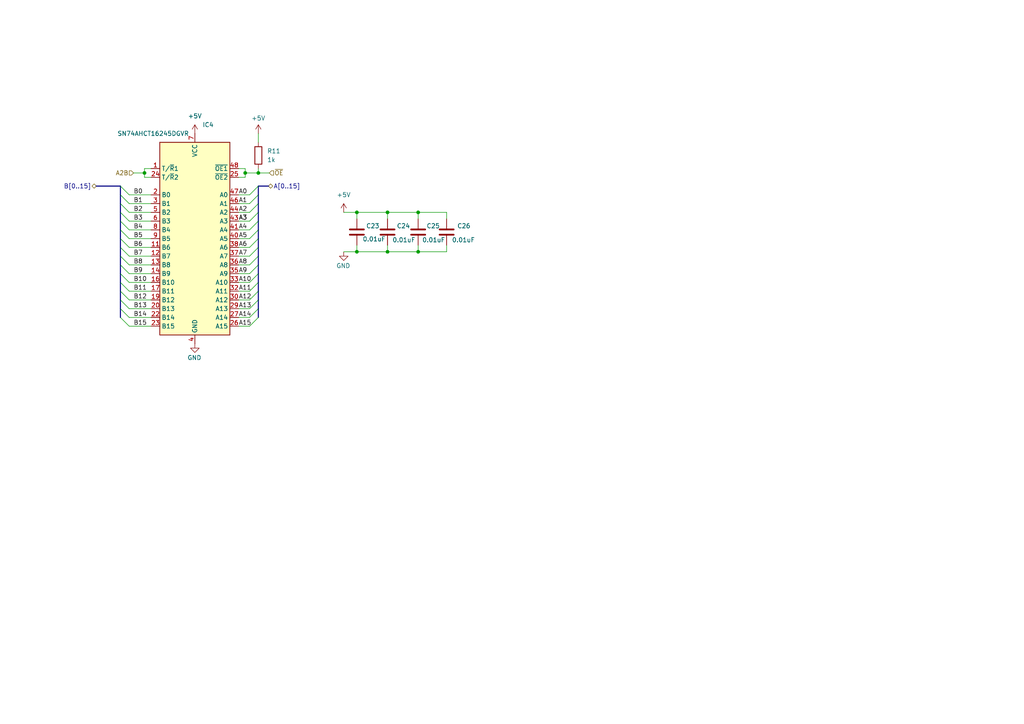
<source format=kicad_sch>
(kicad_sch (version 20231120) (generator "eeschema") (generator_version "8.0")
  (paper "A4")
  (title_block (title "16-Bit Bidirectional Tri-State Buffer") (rev "V1.0"))
  (lib_symbols
    (symbol "74xx:MC74LCX16245DT"
      (property "Reference" "U" (at -10.16 29.21 0))
      (property "Value" "MC74LCX16245DT" (at 2.54 -29.21 0))
      (symbol "MC74LCX16245DT_0_1"
        (rectangle (start -10.16 27.94) (end 10.16 -27.94) (stroke (width 0.254)) (fill (type background)))
      )
      (symbol "MC74LCX16245DT_1_1"
        (pin input line (at -12.7 20.32 0) (length 2.54) (name "T/~{R}1") (number "1"))
        (pin passive line (at 0 -30.48 90) (length 2.54) hide (name "GND") (number "10"))
        (pin bidirectional line (at -12.7 -2.54 0) (length 2.54) (name "B6") (number "11"))
        (pin bidirectional line (at -12.7 -5.08 0) (length 2.54) (name "B7") (number "12"))
        (pin bidirectional line (at -12.7 -7.62 0) (length 2.54) (name "B8") (number "13"))
        (pin bidirectional line (at -12.7 -10.16 0) (length 2.54) (name "B9") (number "14"))
        (pin passive line (at 0 -30.48 90) (length 2.54) hide (name "GND") (number "15"))
        (pin bidirectional line (at -12.7 -12.7 0) (length 2.54) (name "B10") (number "16"))
        (pin bidirectional line (at -12.7 -15.24 0) (length 2.54) (name "B11") (number "17"))
        (pin passive line (at 0 30.48 270) (length 2.54) hide (name "VCC") (number "18"))
        (pin bidirectional line (at -12.7 -17.78 0) (length 2.54) (name "B12") (number "19"))
        (pin bidirectional line (at -12.7 12.7 0) (length 2.54) (name "B0") (number "2"))
        (pin bidirectional line (at -12.7 -20.32 0) (length 2.54) (name "B13") (number "20"))
        (pin passive line (at 0 -30.48 90) (length 2.54) hide (name "GND") (number "21"))
        (pin bidirectional line (at -12.7 -22.86 0) (length 2.54) (name "B14") (number "22"))
        (pin bidirectional line (at -12.7 -25.4 0) (length 2.54) (name "B15") (number "23"))
        (pin input line (at -12.7 17.78 0) (length 2.54) (name "T/~{R}2") (number "24"))
        (pin input line (at 12.7 17.78 180) (length 2.54) (name "~{OE2}") (number "25"))
        (pin bidirectional line (at 12.7 -25.4 180) (length 2.54) (name "A15") (number "26"))
        (pin bidirectional line (at 12.7 -22.86 180) (length 2.54) (name "A14") (number "27"))
        (pin passive line (at 0 -30.48 90) (length 2.54) hide (name "GND") (number "28"))
        (pin bidirectional line (at 12.7 -20.32 180) (length 2.54) (name "A13") (number "29"))
        (pin bidirectional line (at -12.7 10.16 0) (length 2.54) (name "B1") (number "3"))
        (pin bidirectional line (at 12.7 -17.78 180) (length 2.54) (name "A12") (number "30"))
        (pin passive line (at 0 30.48 270) (length 2.54) hide (name "VCC") (number "31"))
        (pin bidirectional line (at 12.7 -15.24 180) (length 2.54) (name "A11") (number "32"))
        (pin bidirectional line (at 12.7 -12.7 180) (length 2.54) (name "A10") (number "33"))
        (pin passive line (at 0 -30.48 90) (length 2.54) hide (name "GND") (number "34"))
        (pin bidirectional line (at 12.7 -10.16 180) (length 2.54) (name "A9") (number "35"))
        (pin bidirectional line (at 12.7 -7.62 180) (length 2.54) (name "A8") (number "36"))
        (pin bidirectional line (at 12.7 -5.08 180) (length 2.54) (name "A7") (number "37"))
        (pin bidirectional line (at 12.7 -2.54 180) (length 2.54) (name "A6") (number "38"))
        (pin passive line (at 0 -30.48 90) (length 2.54) hide (name "GND") (number "39"))
        (pin power_in line (at 0 -30.48 90) (length 2.54) (name "GND") (number "4"))
        (pin bidirectional line (at 12.7 0 180) (length 2.54) (name "A5") (number "40"))
        (pin bidirectional line (at 12.7 2.54 180) (length 2.54) (name "A4") (number "41"))
        (pin passive line (at 0 30.48 270) (length 2.54) hide (name "VCC") (number "42"))
        (pin bidirectional line (at 12.7 5.08 180) (length 2.54) (name "A3") (number "43"))
        (pin bidirectional line (at 12.7 7.62 180) (length 2.54) (name "A2") (number "44"))
        (pin passive line (at 0 -30.48 90) (length 2.54) hide (name "GND") (number "45"))
        (pin bidirectional line (at 12.7 10.16 180) (length 2.54) (name "A1") (number "46"))
        (pin bidirectional line (at 12.7 12.7 180) (length 2.54) (name "A0") (number "47"))
        (pin input line (at 12.7 20.32 180) (length 2.54) (name "~{OE1}") (number "48"))
        (pin bidirectional line (at -12.7 7.62 0) (length 2.54) (name "B2") (number "5"))
        (pin bidirectional line (at -12.7 5.08 0) (length 2.54) (name "B3") (number "6"))
        (pin power_in line (at 0 30.48 270) (length 2.54) (name "VCC") (number "7"))
        (pin bidirectional line (at -12.7 2.54 0) (length 2.54) (name "B4") (number "8"))
        (pin bidirectional line (at -12.7 0 0) (length 2.54) (name "B5") (number "9"))
      )
    )
    (symbol "Device:C" (pin_numbers hide) (pin_names (offset 0.254))
      (property "Reference" "C" (at 0.635 2.54 0))
      (property "Value" "C" (at 0.635 -2.54 0))
      (symbol "C_0_1"
        (polyline (pts (xy -2.032 -0.762) (xy 2.032 -0.762)) (stroke (width 0.508)))
        (polyline (pts (xy -2.032 0.762) (xy 2.032 0.762)) (stroke (width 0.508)))
      )
      (symbol "C_1_1"
        (pin passive line (at 0 3.81 270) (length 2.794) (name "~") (number "1"))
        (pin passive line (at 0 -3.81 90) (length 2.794) (name "~") (number "2"))
      )
    )
    (symbol "Device:R" (pin_numbers hide) (pin_names (offset 0))
      (property "Reference" "R" (at 2.032 0 90))
      (property "Value" "R" (at 0 0 90))
      (symbol "R_0_1"
        (rectangle (start -1.016 -2.54) (end 1.016 2.54) (stroke (width 0.254)))
      )
      (symbol "R_1_1"
        (pin passive line (at 0 3.81 270) (length 1.27) (name "~") (number "1"))
        (pin passive line (at 0 -3.81 90) (length 1.27) (name "~") (number "2"))
      )
    )
    (symbol "power:+5V" (power) (pin_numbers hide) (pin_names (offset 0) hide)
      (property "Value" "+5V" (at 0 3.556 0))
      (symbol "+5V_0_1"
        (polyline (pts (xy -0.762 1.27) (xy 0 2.54)))
        (polyline (pts (xy 0 0) (xy 0 2.54)))
        (polyline (pts (xy 0 2.54) (xy 0.762 1.27)))
      )
      (symbol "+5V_1_1"
        (pin power_in line (at 0 0 90) (length 0) (name "~") (number "1"))
      )
    )
    (symbol "power:GND" (power) (pin_numbers hide) (pin_names (offset 0) hide)
      (property "Value" "GND" (at 0 -3.81 0))
      (symbol "GND_0_1"
        (polyline (pts (xy 0 0) (xy 0 -1.27) (xy 1.27 -1.27) (xy 0 -2.54) (xy -1.27 -1.27) (xy 0 -1.27)))
      )
      (symbol "GND_1_1"
        (pin power_in line (at 0 0 270) (length 0) (name "~") (number "1"))
      )
    )
  )
  (junction (at 103.505 61.595))
  (junction (at 103.505 73.025))
  (junction (at 121.285 61.595))
  (junction (at 121.285 73.025))
  (junction (at 112.395 73.025))
  (junction (at 74.93 50.165))
  (junction (at 112.395 61.595))
  (junction (at 71.12 50.165))
  (junction (at 41.91 50.165))
  (bus_entry (at 74.93 56.515) (size -2.54 2.54))
  (bus_entry (at 74.93 89.535) (size -2.54 2.54))
  (bus_entry (at 74.93 74.295) (size -2.54 2.54))
  (bus_entry (at 34.925 92.075) (size 2.54 2.54))
  (bus_entry (at 34.925 64.135) (size 2.54 2.54))
  (bus_entry (at 34.925 53.975) (size 2.54 2.54))
  (bus_entry (at 74.93 66.675) (size -2.54 2.54))
  (bus_entry (at 34.925 74.295) (size 2.54 2.54))
  (bus_entry (at 74.93 92.075) (size -2.54 2.54))
  (bus_entry (at 34.925 84.455) (size 2.54 2.54))
  (bus_entry (at 74.93 61.595) (size -2.54 2.54))
  (bus_entry (at 34.925 81.915) (size 2.54 2.54))
  (bus_entry (at 34.925 61.595) (size 2.54 2.54))
  (bus_entry (at 74.93 59.055) (size -2.54 2.54))
  (bus_entry (at 34.925 76.835) (size 2.54 2.54))
  (bus_entry (at 74.93 71.755) (size -2.54 2.54))
  (bus_entry (at 34.925 56.515) (size 2.54 2.54))
  (bus_entry (at 34.925 66.675) (size 2.54 2.54))
  (bus_entry (at 34.925 71.755) (size 2.54 2.54))
  (bus_entry (at 34.925 86.995) (size 2.54 2.54))
  (bus_entry (at 74.93 64.135) (size -2.54 2.54))
  (bus_entry (at 34.925 79.375) (size 2.54 2.54))
  (bus_entry (at 74.93 86.995) (size -2.54 2.54))
  (bus_entry (at 74.93 76.835) (size -2.54 2.54))
  (bus_entry (at 34.925 89.535) (size 2.54 2.54))
  (bus_entry (at 74.93 79.375) (size -2.54 2.54))
  (bus_entry (at 74.93 53.975) (size -2.54 2.54))
  (bus_entry (at 74.93 84.455) (size -2.54 2.54))
  (bus_entry (at 74.93 69.215) (size -2.54 2.54))
  (bus_entry (at 34.925 59.055) (size 2.54 2.54))
  (bus_entry (at 74.93 81.915) (size -2.54 2.54))
  (bus_entry (at 34.925 69.215) (size 2.54 2.54))
  (bus (pts (xy 74.93 64.135) (xy 74.93 66.675)))
  (wire (pts (xy 99.695 73.025) (xy 103.505 73.025)))
  (wire (pts (xy 103.505 61.595) (xy 112.395 61.595)))
  (wire (pts (xy 37.465 64.135) (xy 43.815 64.135)))
  (wire (pts (xy 112.395 61.595) (xy 112.395 63.5)))
  (bus (pts (xy 74.93 56.515) (xy 74.93 59.055)))
  (bus (pts (xy 34.925 53.975) (xy 34.925 56.515)))
  (wire (pts (xy 112.395 73.025) (xy 121.285 73.025)))
  (wire (pts (xy 121.285 73.025) (xy 121.285 71.12)))
  (wire (pts (xy 69.215 81.915) (xy 72.39 81.915)))
  (wire (pts (xy 69.215 59.055) (xy 72.39 59.055)))
  (bus (pts (xy 74.93 53.975) (xy 74.93 56.515)))
  (wire (pts (xy 69.215 71.755) (xy 72.39 71.755)))
  (bus (pts (xy 74.93 74.295) (xy 74.93 76.835)))
  (bus (pts (xy 74.93 59.055) (xy 74.93 61.595)))
  (wire (pts (xy 41.91 48.895) (xy 41.91 50.165)))
  (wire (pts (xy 112.395 73.025) (xy 112.395 71.12)))
  (wire (pts (xy 37.465 61.595) (xy 43.815 61.595)))
  (wire (pts (xy 37.465 89.535) (xy 43.815 89.535)))
  (wire (pts (xy 37.465 79.375) (xy 43.815 79.375)))
  (wire (pts (xy 37.465 81.915) (xy 43.815 81.915)))
  (wire (pts (xy 69.215 89.535) (xy 72.39 89.535)))
  (wire (pts (xy 69.215 76.835) (xy 72.39 76.835)))
  (wire (pts (xy 37.465 86.995) (xy 43.815 86.995)))
  (wire (pts (xy 69.215 92.075) (xy 72.39 92.075)))
  (wire (pts (xy 41.91 51.435) (xy 43.815 51.435)))
  (wire (pts (xy 69.215 64.135) (xy 72.39 64.135)))
  (bus (pts (xy 34.925 76.835) (xy 34.925 79.375)))
  (wire (pts (xy 71.12 50.165) (xy 74.93 50.165)))
  (bus (pts (xy 27.94 53.975) (xy 34.925 53.975)))
  (wire (pts (xy 37.465 74.295) (xy 43.815 74.295)))
  (wire (pts (xy 71.12 48.895) (xy 71.12 50.165)))
  (wire (pts (xy 37.465 84.455) (xy 43.815 84.455)))
  (wire (pts (xy 121.285 73.025) (xy 129.54 73.025)))
  (wire (pts (xy 69.215 66.675) (xy 72.39 66.675)))
  (wire (pts (xy 37.465 92.075) (xy 43.815 92.075)))
  (wire (pts (xy 69.215 51.435) (xy 71.12 51.435)))
  (wire (pts (xy 37.465 59.055) (xy 43.815 59.055)))
  (wire (pts (xy 74.93 50.165) (xy 78.105 50.165)))
  (wire (pts (xy 71.12 50.165) (xy 71.12 51.435)))
  (bus (pts (xy 34.925 81.915) (xy 34.925 84.455)))
  (wire (pts (xy 69.215 94.615) (xy 72.39 94.615)))
  (wire (pts (xy 38.735 50.165) (xy 41.91 50.165)))
  (wire (pts (xy 103.505 73.025) (xy 112.395 73.025)))
  (wire (pts (xy 99.695 61.595) (xy 103.505 61.595)))
  (bus (pts (xy 34.925 89.535) (xy 34.925 92.075)))
  (wire (pts (xy 121.285 61.595) (xy 129.54 61.595)))
  (wire (pts (xy 37.465 71.755) (xy 43.815 71.755)))
  (wire (pts (xy 69.215 48.895) (xy 71.12 48.895)))
  (wire (pts (xy 69.215 86.995) (xy 72.39 86.995)))
  (bus (pts (xy 34.925 56.515) (xy 34.925 59.055)))
  (wire (pts (xy 69.215 79.375) (xy 72.39 79.375)))
  (bus (pts (xy 34.925 66.675) (xy 34.925 69.215)))
  (bus (pts (xy 74.93 81.915) (xy 74.93 84.455)))
  (wire (pts (xy 129.54 71.12) (xy 129.54 73.025)))
  (wire (pts (xy 69.215 74.295) (xy 72.39 74.295)))
  (bus (pts (xy 34.925 61.595) (xy 34.925 64.135)))
  (bus (pts (xy 74.93 79.375) (xy 74.93 81.915)))
  (bus (pts (xy 34.925 69.215) (xy 34.925 71.755)))
  (bus (pts (xy 74.93 61.595) (xy 74.93 64.135)))
  (wire (pts (xy 74.93 48.895) (xy 74.93 50.165)))
  (bus (pts (xy 74.93 89.535) (xy 74.93 92.075)))
  (bus (pts (xy 34.925 86.995) (xy 34.925 89.535)))
  (wire (pts (xy 69.215 84.455) (xy 72.39 84.455)))
  (bus (pts (xy 34.925 59.055) (xy 34.925 61.595)))
  (bus (pts (xy 34.925 71.755) (xy 34.925 74.295)))
  (wire (pts (xy 103.505 73.025) (xy 103.505 71.12)))
  (wire (pts (xy 41.91 50.165) (xy 41.91 51.435)))
  (bus (pts (xy 34.925 74.295) (xy 34.925 76.835)))
  (wire (pts (xy 43.815 48.895) (xy 41.91 48.895)))
  (wire (pts (xy 74.93 38.735) (xy 74.93 41.275)))
  (wire (pts (xy 69.215 61.595) (xy 72.39 61.595)))
  (bus (pts (xy 34.925 79.375) (xy 34.925 81.915)))
  (bus (pts (xy 74.93 76.835) (xy 74.93 79.375)))
  (bus (pts (xy 34.925 64.135) (xy 34.925 66.675)))
  (wire (pts (xy 37.465 69.215) (xy 43.815 69.215)))
  (wire (pts (xy 37.465 56.515) (xy 43.815 56.515)))
  (bus (pts (xy 77.851 53.975) (xy 74.93 53.975)))
  (bus (pts (xy 34.925 84.455) (xy 34.925 86.995)))
  (bus (pts (xy 74.93 69.215) (xy 74.93 71.755)))
  (bus (pts (xy 74.93 66.675) (xy 74.93 69.215)))
  (wire (pts (xy 69.215 56.515) (xy 72.39 56.515)))
  (wire (pts (xy 37.465 94.615) (xy 43.815 94.615)))
  (wire (pts (xy 112.395 61.595) (xy 121.285 61.595)))
  (wire (pts (xy 37.465 76.835) (xy 43.815 76.835)))
  (bus (pts (xy 74.93 71.755) (xy 74.93 74.295)))
  (wire (pts (xy 121.285 61.595) (xy 121.285 63.5)))
  (wire (pts (xy 103.505 61.595) (xy 103.505 63.5)))
  (bus (pts (xy 74.93 86.995) (xy 74.93 89.535)))
  (wire (pts (xy 129.54 61.595) (xy 129.54 63.5)))
  (wire (pts (xy 37.465 66.675) (xy 43.815 66.675)))
  (wire (pts (xy 69.215 69.215) (xy 72.39 69.215)))
  (bus (pts (xy 74.93 84.455) (xy 74.93 86.995)))
  (label "A0" (at 69.215 56.515 0))
  (label "B5" (at 38.735 69.215 0))
  (label "B10" (at 38.735 81.915 0))
  (label "A15" (at 69.215 94.615 0))
  (label "A7" (at 69.215 74.295 0))
  (label "A4" (at 69.215 66.675 0))
  (label "A12" (at 69.215 86.995 0))
  (label "A9" (at 69.215 79.375 0))
  (label "B0" (at 38.735 56.515 0))
  (label "B2" (at 38.735 61.595 0))
  (label "A2" (at 69.215 61.595 0))
  (label "B12" (at 38.735 86.995 0))
  (label "B9" (at 38.735 79.375 0))
  (label "A11" (at 69.215 84.455 0))
  (label "B3" (at 38.735 64.135 0))
  (label "B4" (at 38.735 66.675 0))
  (label "A3" (at 69.215 64.135 0))
  (label "A13" (at 69.215 89.535 0))
  (label "A6" (at 69.215 71.755 0))
  (label "A1" (at 69.215 59.055 0))
  (label "B1" (at 38.735 59.055 0))
  (label "A8" (at 69.215 76.835 0))
  (label "B7" (at 38.735 74.295 0))
  (label "B11" (at 38.735 84.455 0))
  (label "A14" (at 69.215 92.075 0))
  (label "B15" (at 38.735 94.615 0))
  (label "B14" (at 38.735 92.075 0))
  (label "A3" (at 69.215 64.135 0))
  (label "A5" (at 69.215 69.215 0))
  (label "B6" (at 38.735 71.755 0))
  (label "B13" (at 38.735 89.535 0))
  (label "A10" (at 69.215 81.915 0))
  (label "B8" (at 38.735 76.835 0))
  (hierarchical_label "A2B" (shape input) (at 38.735 50.165 180))
  (hierarchical_label "~{OE}" (shape input) (at 78.105 50.165 0))
  (hierarchical_label "A[0..15]" (shape bidirectional) (at 77.851 53.975 0))
  (hierarchical_label "B[0..15]" (shape bidirectional) (at 27.94 53.975 180))
  (symbol (lib_id "power:GND") (at 56.515 99.695 0) (unit 1)
    (property "Reference" "#PWR055" (effects (hide yes)))
    (property "Value" "GND" (at 56.388 103.759 0))
    (property "Description" "Power symbol creates a global label with name \"GND\" , ground" (effects (hide yes)))
    (instances (project "AOS16 Double Buffer" (path "" (reference "#PWR055") (unit 1)) (path "" (reference "#PWR053") (unit 1)) (path "" (reference "#PWR054") (unit 1)) (path "" (reference "#PWR052") (unit 1))) (project "ALU" (path "" (reference "#PWR0102") (unit 1))))
  )
  (symbol (lib_id "74xx:MC74LCX16245DT") (at 56.515 69.215 0) (unit 1)
    (property "Reference" "IC4" (at 58.7091 36.195 0) (effects (justify left)))
    (property "Value" "SN74AHCT16245DGVR" (at 34.036 38.735 0) (effects (justify left)))
    (property "Footprint" "Package_SO:TSSOP-48_6.1x12.5mm_P0.5mm" (effects (hide yes)))
    (property "Datasheet" "https://www.onsemi.com/pdf/datasheet/mc74lcx16245-d.pdf" (effects (hide yes)))
    (property "Description" "Low Voltage 16-Bit Bidirectional Transceiver with 5V Tolerant Inputs and Outputs, TSSOP-48" (effects (hide yes)))
    (instances (project "" (path "" (reference "IC4") (unit 1)) (path "" (reference "IC2") (unit 1)) (path "" (reference "IC3") (unit 1)) (path "" (reference "IC1") (unit 1))) (project "ALU" (path "" (reference "IC1") (unit 1))))
  )
  (symbol (lib_id "power:+5V") (at 56.515 38.735 0) (unit 1)
    (property "Reference" "#PWR051" (effects (hide yes)))
    (property "Value" "+5V" (at 56.515 33.655 0))
    (property "Description" "Power symbol creates a global label with name \"+5V\"" (effects (hide yes)))
    (instances (project "AOS16 Double Buffer" (path "" (reference "#PWR051") (unit 1)) (path "" (reference "#PWR049") (unit 1)) (path "" (reference "#PWR050") (unit 1)) (path "" (reference "#PWR048") (unit 1))) (project "ALU" (path "" (reference "#PWR0103") (unit 1))))
  )
  (symbol (lib_id "power:GND") (at 99.695 73.025 0) (unit 1)
    (property "Reference" "#PWR031" (effects (hide yes)))
    (property "Value" "GND" (at 99.568 77.089 0))
    (property "Description" "Power symbol creates a global label with name \"GND\" , ground" (effects (hide yes)))
    (instances (project "AOS16 Double Buffer" (path "" (reference "#PWR031") (unit 1)) (path "" (reference "#PWR029") (unit 1)) (path "" (reference "#PWR030") (unit 1)) (path "" (reference "#PWR028") (unit 1))) (project "ALU" (path "" (reference "#PWR0101") (unit 1))))
  )
  (symbol (lib_id "Device:C") (at 129.54 67.31 0) (unit 1)
    (property "Reference" "C26" (at 132.588 65.532 0) (effects (justify left)))
    (property "Value" "0.01uF" (at 131.064 69.596 0) (effects (justify left)))
    (property "Footprint" "Capacitor_SMD:C_0603_1608Metric" (effects (hide yes)))
    (property "Description" "Unpolarized capacitor" (effects (hide yes)))
    (instances (project "AOS16 Double Buffer" (path "" (reference "C26") (unit 1)) (path "" (reference "C18") (unit 1)) (path "" (reference "C22") (unit 1)) (path "" (reference "C14") (unit 1))) (project "ALU" (path "" (reference "C32") (unit 1))))
  )
  (symbol (lib_id "Device:C") (at 103.505 67.31 0) (unit 1)
    (property "Reference" "C23" (at 106.172 65.532 0) (effects (justify left)))
    (property "Value" "0.01uF" (at 105.156 69.342 0) (effects (justify left)))
    (property "Footprint" "Capacitor_SMD:C_0603_1608Metric" (effects (hide yes)))
    (property "Description" "Unpolarized capacitor" (effects (hide yes)))
    (instances (project "" (path "" (reference "C23") (unit 1)) (path "" (reference "C15") (unit 1)) (path "" (reference "C19") (unit 1)) (path "" (reference "C11") (unit 1))) (project "ALU" (path "" (reference "C29") (unit 1))))
  )
  (symbol (lib_id "power:+5V") (at 74.93 38.735 0) (unit 1)
    (property "Reference" "#PWR047" (effects (hide yes)))
    (property "Value" "+5V" (at 74.93 34.29 0))
    (property "Description" "Power symbol creates a global label with name \"+5V\"" (effects (hide yes)))
    (instances (project "" (path "" (reference "#PWR047") (unit 1)) (path "" (reference "#PWR045") (unit 1)) (path "" (reference "#PWR046") (unit 1)) (path "" (reference "#PWR044") (unit 1))) (project "ALU" (path "" (reference "#PWR0104") (unit 1))))
  )
  (symbol (lib_id "Device:C") (at 121.285 67.31 0) (unit 1)
    (property "Reference" "C25" (at 123.698 65.532 0) (effects (justify left)))
    (property "Value" "0.01uF" (at 122.428 69.596 0) (effects (justify left)))
    (property "Footprint" "Capacitor_SMD:C_0603_1608Metric" (effects (hide yes)))
    (property "Description" "Unpolarized capacitor" (effects (hide yes)))
    (instances (project "AOS16 Double Buffer" (path "" (reference "C25") (unit 1)) (path "" (reference "C17") (unit 1)) (path "" (reference "C21") (unit 1)) (path "" (reference "C13") (unit 1))) (project "ALU" (path "" (reference "C31") (unit 1))))
  )
  (symbol (lib_id "power:+5V") (at 99.695 61.595 0) (unit 1)
    (property "Reference" "#PWR027" (effects (hide yes)))
    (property "Value" "+5V" (at 99.695 56.515 0))
    (property "Description" "Power symbol creates a global label with name \"+5V\"" (effects (hide yes)))
    (instances (project "AOS16 Double Buffer" (path "" (reference "#PWR027") (unit 1)) (path "" (reference "#PWR025") (unit 1)) (path "" (reference "#PWR026") (unit 1)) (path "" (reference "#PWR024") (unit 1))) (project "ALU" (path "" (reference "#PWR0105") (unit 1))))
  )
  (symbol (lib_id "Device:C") (at 112.395 67.31 0) (unit 1)
    (property "Reference" "C24" (at 115.062 65.532 0) (effects (justify left)))
    (property "Value" "0.01uF" (at 113.792 69.596 0) (effects (justify left)))
    (property "Footprint" "Capacitor_SMD:C_0603_1608Metric" (effects (hide yes)))
    (property "Description" "Unpolarized capacitor" (effects (hide yes)))
    (instances (project "AOS16 Double Buffer" (path "" (reference "C24") (unit 1)) (path "" (reference "C16") (unit 1)) (path "" (reference "C20") (unit 1)) (path "" (reference "C12") (unit 1))) (project "ALU" (path "" (reference "C30") (unit 1))))
  )
  (symbol (lib_id "Device:R") (at 74.93 45.085 180) (unit 1)
    (property "Reference" "R11" (at 77.47 43.8149 0) (effects (justify right)))
    (property "Value" "1k" (at 77.47 46.3549 0) (effects (justify right)))
    (property "Footprint" "Resistor_SMD:R_0603_1608Metric" (effects (hide yes)))
    (property "Description" "Resistor" (effects (hide yes)))
    (instances (project "AOS16 Double Buffer" (path "" (reference "R11") (unit 1)) (path "" (reference "R9") (unit 1)) (path "" (reference "R10") (unit 1)) (path "" (reference "R8") (unit 1))) (project "ALU" (path "" (reference "R1") (unit 1))))
  )
)
</source>
